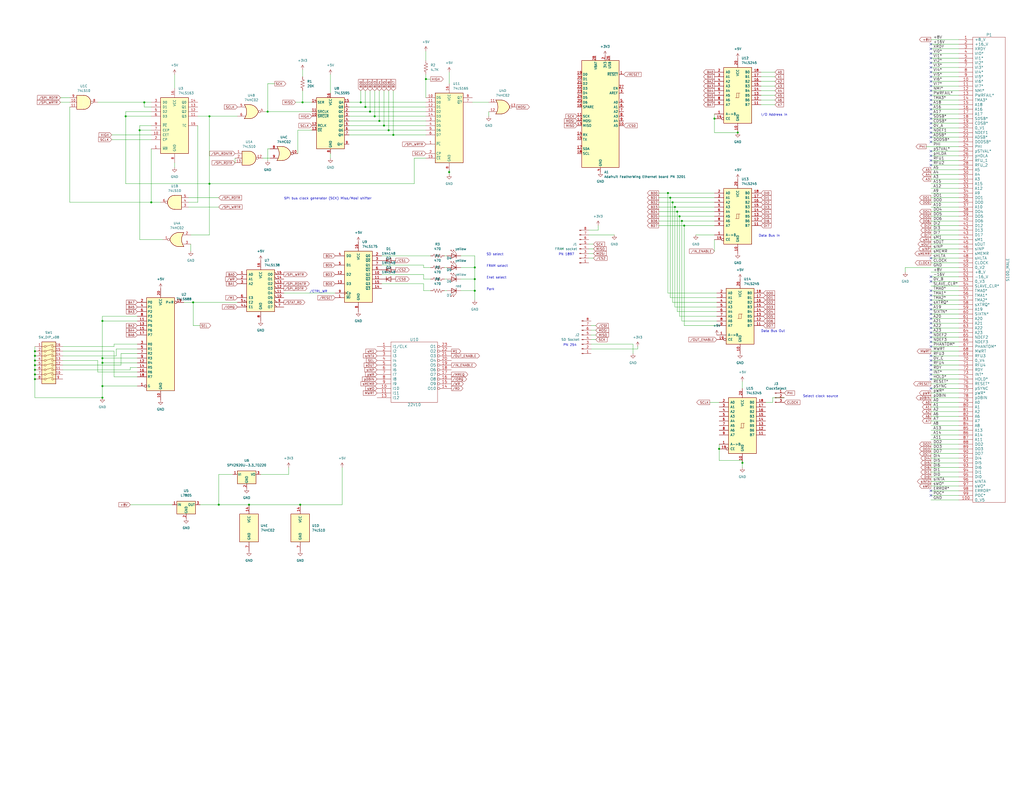
<source format=kicad_sch>
(kicad_sch (version 20211123) (generator eeschema)
  (paper "C")
  (title_block (title "S100-ENET") (date "2022-01-28") (rev "1.0") (comment 1 "SPI logic by MarkT") (comment 2 "S100 implementation by Jay Cotton"))
  (junction (at 55.88 198.12))
  (junction (at 389.89 64.77))
  (junction (at 19.05 194.31))
  (junction (at 259.08 158.75))
  (junction (at 392.43 245.11))
  (junction (at 19.05 201.93))
  (junction (at 19.05 191.77))
  (junction (at 405.13 252.73))
  (junction (at 55.88 175.26))
  (junction (at 259.08 152.4))
  (junction (at 55.88 195.58))
  (junction (at 199.39 58.42))
  (junction (at 76.2 71.12))
  (junction (at 114.3 100.33))
  (junction (at 55.88 210.82))
  (junction (at 245.11 93.98))
  (junction (at 207.01 66.04))
  (junction (at 259.08 146.05))
  (junction (at 105.41 165.1))
  (junction (at 82.55 110.49))
  (junction (at 365.76 107.95))
  (junction (at 68.58 63.5))
  (junction (at 368.3 113.03))
  (junction (at 146.05 60.96))
  (junction (at 19.05 207.01))
  (junction (at 163.83 275.59))
  (junction (at 19.05 196.85))
  (junction (at 135.89 275.59))
  (junction (at 232.41 43.18))
  (junction (at 369.57 115.57))
  (junction (at 201.93 60.96))
  (junction (at 196.85 55.88))
  (junction (at 204.47 63.5))
  (junction (at 373.38 123.19))
  (junction (at 19.05 199.39))
  (junction (at 370.84 118.11))
  (junction (at 214.63 73.66))
  (junction (at 364.49 105.41))
  (junction (at 372.11 120.65))
  (junction (at 55.88 217.17))
  (junction (at 19.05 204.47))
  (junction (at 212.09 71.12))
  (junction (at 114.3 63.5))
  (junction (at 402.59 72.39))
  (junction (at 78.74 55.88))
  (junction (at 209.55 68.58))
  (junction (at 367.03 110.49))
  (junction (at 165.1 55.88))
  (junction (at 119.38 275.59))
  (no_connect (at 508 196.85))
  (no_connect (at 508 270.51))
  (no_connect (at 508 72.39))
  (no_connect (at 508 49.53))
  (no_connect (at 508 153.67))
  (no_connect (at 508 204.47))
  (no_connect (at 508 267.97))
  (no_connect (at 508 179.07))
  (no_connect (at 508 77.47))
  (no_connect (at 508 54.61))
  (no_connect (at 508 207.01))
  (no_connect (at 508 181.61))
  (no_connect (at 508 24.13))
  (no_connect (at 508 151.13))
  (no_connect (at 508 36.83))
  (no_connect (at 508 199.39))
  (no_connect (at 508 67.31))
  (no_connect (at 508 34.29))
  (no_connect (at 508 46.99))
  (no_connect (at 508 184.15))
  (no_connect (at 508 82.55))
  (no_connect (at 508 166.37))
  (no_connect (at 508 163.83))
  (no_connect (at 508 189.23))
  (no_connect (at 508 176.53))
  (no_connect (at 508 59.69))
  (no_connect (at 508 194.31))
  (no_connect (at 508 201.93))
  (no_connect (at 508 29.21))
  (no_connect (at 508 57.15))
  (no_connect (at 508 41.91))
  (no_connect (at 508 140.97))
  (no_connect (at 508 44.45))
  (no_connect (at 508 173.99))
  (no_connect (at 508 74.93))
  (no_connect (at 508 168.91))
  (no_connect (at 508 90.17))
  (no_connect (at 508 31.75))
  (no_connect (at 508 161.29))
  (no_connect (at 508 62.23))
  (no_connect (at 508 52.07))
  (no_connect (at 508 39.37))
  (no_connect (at 508 186.69))
  (no_connect (at 508 212.09))
  (no_connect (at 508 158.75))
  (no_connect (at 508 171.45))
  (no_connect (at 508 64.77))
  (no_connect (at 508 26.67))
  (no_connect (at 508 87.63))
  (no_connect (at 508 85.09))
  (no_connect (at 508 69.85))
  (wire (pts (xy 55.88 175.26) (xy 74.93 175.26)))
  (wire (pts (xy 508 222.25) (xy 523.24 222.25)))
  (wire (pts (xy 82.55 68.58) (xy 76.2 68.58)))
  (wire (pts (xy 508 41.91) (xy 523.24 41.91)))
  (wire (pts (xy 190.5 66.04) (xy 207.01 66.04)))
  (wire (pts (xy 389.89 115.57) (xy 369.57 115.57)))
  (wire (pts (xy 508 201.93) (xy 523.24 201.93)))
  (wire (pts (xy 508 133.35) (xy 523.24 133.35)))
  (wire (pts (xy 494.03 146.05) (xy 523.24 146.05)))
  (wire (pts (xy 190.5 71.12) (xy 212.09 71.12)))
  (wire (pts (xy 321.31 125.73) (xy 326.39 125.73)))
  (wire (pts (xy 508 102.87) (xy 523.24 102.87)))
  (wire (pts (xy 508 24.13) (xy 523.24 24.13)))
  (wire (pts (xy 421.64 219.71) (xy 417.83 219.71)))
  (wire (pts (xy 243.84 146.05) (xy 242.57 146.05)))
  (wire (pts (xy 415.29 52.07) (xy 422.91 52.07)))
  (wire (pts (xy 508 130.81) (xy 523.24 130.81)))
  (wire (pts (xy 367.03 165.1) (xy 391.16 165.1)))
  (wire (pts (xy 259.08 152.4) (xy 259.08 158.75)))
  (wire (pts (xy 82.55 58.42) (xy 78.74 58.42)))
  (wire (pts (xy 104.14 133.35) (xy 104.14 137.16)))
  (wire (pts (xy 251.46 158.75) (xy 259.08 158.75)))
  (wire (pts (xy 82.55 81.28) (xy 82.55 110.49)))
  (wire (pts (xy 100.33 165.1) (xy 105.41 165.1)))
  (wire (pts (xy 508 67.31) (xy 523.24 67.31)))
  (wire (pts (xy 201.93 49.53) (xy 201.93 60.96)))
  (wire (pts (xy 364.49 160.02) (xy 391.16 160.02)))
  (wire (pts (xy 389.89 72.39) (xy 402.59 72.39)))
  (wire (pts (xy 259.08 146.05) (xy 259.08 152.4)))
  (wire (pts (xy 321.31 138.43) (xy 323.85 138.43)))
  (wire (pts (xy 242.57 152.4) (xy 243.84 152.4)))
  (wire (pts (xy 53.34 203.2) (xy 74.93 203.2)))
  (wire (pts (xy 359.41 118.11) (xy 370.84 118.11)))
  (wire (pts (xy 508 240.03) (xy 523.24 240.03)))
  (wire (pts (xy 55.88 195.58) (xy 74.93 195.58)))
  (wire (pts (xy 68.58 60.96) (xy 68.58 63.5)))
  (wire (pts (xy 508 245.11) (xy 523.24 245.11)))
  (wire (pts (xy 154.94 160.02) (xy 182.88 160.02)))
  (wire (pts (xy 231.14 158.75) (xy 234.95 158.75)))
  (wire (pts (xy 259.08 139.7) (xy 259.08 146.05)))
  (wire (pts (xy 508 100.33) (xy 523.24 100.33)))
  (wire (pts (xy 508 36.83) (xy 523.24 36.83)))
  (wire (pts (xy 508 113.03) (xy 523.24 113.03)))
  (wire (pts (xy 162.56 71.12) (xy 170.18 71.12)))
  (wire (pts (xy 523.24 273.05) (xy 508 273.05)))
  (wire (pts (xy 369.57 170.18) (xy 391.16 170.18)))
  (wire (pts (xy 76.2 71.12) (xy 76.2 130.81)))
  (wire (pts (xy 95.25 40.64) (xy 95.25 48.26)))
  (wire (pts (xy 415.29 49.53) (xy 422.91 49.53)))
  (wire (pts (xy 55.88 210.82) (xy 55.88 217.17)))
  (wire (pts (xy 359.41 115.57) (xy 369.57 115.57)))
  (wire (pts (xy 53.34 196.85) (xy 53.34 203.2)))
  (wire (pts (xy 161.29 55.88) (xy 165.1 55.88)))
  (wire (pts (xy 415.29 41.91) (xy 422.91 41.91)))
  (wire (pts (xy 71.12 275.59) (xy 93.98 275.59)))
  (wire (pts (xy 321.31 133.35) (xy 323.85 133.35)))
  (wire (pts (xy 508 62.23) (xy 523.24 62.23)))
  (wire (pts (xy 508 138.43) (xy 523.24 138.43)))
  (wire (pts (xy 508 250.19) (xy 523.24 250.19)))
  (wire (pts (xy 508 176.53) (xy 523.24 176.53)))
  (wire (pts (xy 214.63 49.53) (xy 214.63 73.66)))
  (wire (pts (xy 508 229.87) (xy 523.24 229.87)))
  (wire (pts (xy 373.38 177.8) (xy 391.16 177.8)))
  (wire (pts (xy 165.1 38.1) (xy 165.1 41.91)))
  (wire (pts (xy 180.34 83.82) (xy 180.34 86.36)))
  (wire (pts (xy 322.58 187.96) (xy 345.44 187.96)))
  (wire (pts (xy 508 179.07) (xy 523.24 179.07)))
  (wire (pts (xy 146.05 45.72) (xy 146.05 60.96)))
  (wire (pts (xy 367.03 110.49) (xy 367.03 165.1)))
  (wire (pts (xy 55.88 172.72) (xy 55.88 175.26)))
  (wire (pts (xy 415.29 57.15) (xy 422.91 57.15)))
  (wire (pts (xy 199.39 49.53) (xy 199.39 58.42)))
  (wire (pts (xy 34.29 191.77) (xy 62.23 191.77)))
  (wire (pts (xy 372.11 175.26) (xy 391.16 175.26)))
  (wire (pts (xy 62.23 191.77) (xy 62.23 205.74)))
  (wire (pts (xy 523.24 151.13) (xy 508 151.13)))
  (wire (pts (xy 19.05 189.23) (xy 19.05 191.77)))
  (wire (pts (xy 508 64.77) (xy 523.24 64.77)))
  (wire (pts (xy 370.84 172.72) (xy 391.16 172.72)))
  (wire (pts (xy 180.34 40.64) (xy 180.34 50.8)))
  (wire (pts (xy 508 90.17) (xy 523.24 90.17)))
  (wire (pts (xy 71.12 201.93) (xy 71.12 200.66)))
  (wire (pts (xy 379.73 128.27) (xy 389.89 128.27)))
  (wire (pts (xy 427.99 217.17) (xy 421.64 217.17)))
  (wire (pts (xy 508 125.73) (xy 523.24 125.73)))
  (wire (pts (xy 232.41 43.18) (xy 232.41 53.34)))
  (wire (pts (xy 60.96 73.66) (xy 82.55 73.66)))
  (wire (pts (xy 389.89 107.95) (xy 365.76 107.95)))
  (wire (pts (xy 207.01 66.04) (xy 232.41 66.04)))
  (wire (pts (xy 508 184.15) (xy 523.24 184.15)))
  (wire (pts (xy 19.05 204.47) (xy 19.05 207.01)))
  (wire (pts (xy 119.38 275.59) (xy 135.89 275.59)))
  (wire (pts (xy 508 219.71) (xy 523.24 219.71)))
  (wire (pts (xy 508 110.49) (xy 523.24 110.49)))
  (wire (pts (xy 186.69 275.59) (xy 186.69 255.27)))
  (wire (pts (xy 508 46.99) (xy 523.24 46.99)))
  (wire (pts (xy 508 270.51) (xy 523.24 270.51)))
  (wire (pts (xy 251.46 152.4) (xy 259.08 152.4)))
  (wire (pts (xy 199.39 58.42) (xy 232.41 58.42)))
  (wire (pts (xy 322.58 177.8) (xy 325.12 177.8)))
  (wire (pts (xy 359.41 105.41) (xy 364.49 105.41)))
  (wire (pts (xy 208.28 139.7) (xy 234.95 139.7)))
  (wire (pts (xy 163.83 275.59) (xy 186.69 275.59)))
  (wire (pts (xy 373.38 123.19) (xy 373.38 177.8)))
  (wire (pts (xy 68.58 63.5) (xy 82.55 63.5)))
  (wire (pts (xy 190.5 58.42) (xy 199.39 58.42)))
  (wire (pts (xy 508 186.69) (xy 523.24 186.69)))
  (wire (pts (xy 251.46 139.7) (xy 259.08 139.7)))
  (wire (pts (xy 146.05 81.28) (xy 146.05 87.63)))
  (wire (pts (xy 368.3 167.64) (xy 391.16 167.64)))
  (wire (pts (xy 392.43 251.46) (xy 405.13 251.46)))
  (wire (pts (xy 231.14 149.86) (xy 231.14 152.4)))
  (wire (pts (xy 508 242.57) (xy 523.24 242.57)))
  (wire (pts (xy 62.23 205.74) (xy 74.93 205.74)))
  (wire (pts (xy 508 262.89) (xy 523.24 262.89)))
  (wire (pts (xy 415.29 44.45) (xy 422.91 44.45)))
  (wire (pts (xy 508 212.09) (xy 523.24 212.09)))
  (wire (pts (xy 207.01 49.53) (xy 207.01 66.04)))
  (wire (pts (xy 369.57 115.57) (xy 369.57 170.18)))
  (wire (pts (xy 231.14 146.05) (xy 234.95 146.05)))
  (wire (pts (xy 190.5 60.96) (xy 201.93 60.96)))
  (wire (pts (xy 508 39.37) (xy 523.24 39.37)))
  (wire (pts (xy 405.13 208.28) (xy 405.13 212.09)))
  (wire (pts (xy 322.58 182.88) (xy 325.12 182.88)))
  (wire (pts (xy 508 196.85) (xy 523.24 196.85)))
  (wire (pts (xy 508 135.89) (xy 523.24 135.89)))
  (wire (pts (xy 135.89 275.59) (xy 163.83 275.59)))
  (wire (pts (xy 508 52.07) (xy 523.24 52.07)))
  (wire (pts (xy 114.3 128.27) (xy 114.3 100.33)))
  (wire (pts (xy 421.64 217.17) (xy 421.64 219.71)))
  (wire (pts (xy 102.87 107.95) (xy 119.38 107.95)))
  (wire (pts (xy 147.32 81.28) (xy 146.05 81.28)))
  (wire (pts (xy 365.76 162.56) (xy 391.16 162.56)))
  (wire (pts (xy 508 49.53) (xy 523.24 49.53)))
  (wire (pts (xy 508 92.71) (xy 523.24 92.71)))
  (wire (pts (xy 232.41 43.18) (xy 234.95 43.18)))
  (wire (pts (xy 322.58 180.34) (xy 325.12 180.34)))
  (wire (pts (xy 104.14 128.27) (xy 114.3 128.27)))
  (wire (pts (xy 415.29 54.61) (xy 422.91 54.61)))
  (wire (pts (xy 212.09 71.12) (xy 232.41 71.12)))
  (wire (pts (xy 508 156.21) (xy 523.24 156.21)))
  (wire (pts (xy 508 87.63) (xy 523.24 87.63)))
  (wire (pts (xy 55.88 198.12) (xy 74.93 198.12)))
  (wire (pts (xy 508 265.43) (xy 523.24 265.43)))
  (wire (pts (xy 128.27 86.36) (xy 128.27 88.9)))
  (wire (pts (xy 62.23 189.23) (xy 62.23 187.96)))
  (wire (pts (xy 19.05 207.01) (xy 19.05 217.17)))
  (wire (pts (xy 196.85 49.53) (xy 196.85 55.88)))
  (wire (pts (xy 508 173.99) (xy 523.24 173.99)))
  (wire (pts (xy 196.85 55.88) (xy 232.41 55.88)))
  (wire (pts (xy 508 21.59) (xy 523.24 21.59)))
  (wire (pts (xy 508 31.75) (xy 523.24 31.75)))
  (wire (pts (xy 19.05 194.31) (xy 19.05 196.85)))
  (wire (pts (xy 359.41 120.65) (xy 372.11 120.65)))
  (wire (pts (xy 34.29 189.23) (xy 62.23 189.23)))
  (wire (pts (xy 508 97.79) (xy 523.24 97.79)))
  (wire (pts (xy 508 171.45) (xy 523.24 171.45)))
  (wire (pts (xy 190.5 68.58) (xy 209.55 68.58)))
  (wire (pts (xy 245.11 93.98) (xy 245.11 95.25)))
  (wire (pts (xy 76.2 130.81) (xy 88.9 130.81)))
  (wire (pts (xy 55.88 210.82) (xy 74.93 210.82)))
  (wire (pts (xy 208.28 154.94) (xy 231.14 154.94)))
  (wire (pts (xy 508 77.47) (xy 523.24 77.47)))
  (wire (pts (xy 508 95.25) (xy 523.24 95.25)))
  (wire (pts (xy 95.25 88.9) (xy 95.25 91.44)))
  (wire (pts (xy 55.88 195.58) (xy 55.88 198.12)))
  (wire (pts (xy 60.96 76.2) (xy 82.55 76.2)))
  (wire (pts (xy 508 72.39) (xy 523.24 72.39)))
  (wire (pts (xy 368.3 113.03) (xy 368.3 167.64)))
  (wire (pts (xy 392.43 245.11) (xy 392.43 251.46)))
  (wire (pts (xy 53.34 55.88) (xy 78.74 55.88)))
  (wire (pts (xy 345.44 187.96) (xy 345.44 193.04)))
  (wire (pts (xy 508 260.35) (xy 523.24 260.35)))
  (wire (pts (xy 508 237.49) (xy 523.24 237.49)))
  (wire (pts (xy 508 59.69) (xy 523.24 59.69)))
  (wire (pts (xy 257.81 55.88) (xy 266.7 55.88)))
  (wire (pts (xy 231.14 144.78) (xy 231.14 146.05)))
  (wire (pts (xy 508 34.29) (xy 523.24 34.29)))
  (wire (pts (xy 34.29 199.39) (xy 66.04 199.39)))
  (wire (pts (xy 508 128.27) (xy 523.24 128.27)))
  (wire (pts (xy 114.3 63.5) (xy 129.54 63.5)))
  (wire (pts (xy 19.05 191.77) (xy 19.05 194.31)))
  (wire (pts (xy 55.88 175.26) (xy 55.88 195.58)))
  (wire (pts (xy 359.41 110.49) (xy 367.03 110.49)))
  (wire (pts (xy 208.28 149.86) (xy 231.14 149.86)))
  (wire (pts (xy 392.43 242.57) (xy 392.43 245.11)))
  (wire (pts (xy 209.55 68.58) (xy 232.41 68.58)))
  (wire (pts (xy 508 207.01) (xy 523.24 207.01)))
  (wire (pts (xy 245.11 92.71) (xy 245.11 93.98)))
  (wire (pts (xy 144.78 60.96) (xy 146.05 60.96)))
  (wire (pts (xy 508 44.45) (xy 523.24 44.45)))
  (wire (pts (xy 508 168.91) (xy 523.24 168.91)))
  (wire (pts (xy 266.7 60.96) (xy 266.7 63.5)))
  (wire (pts (xy 364.49 105.41) (xy 364.49 160.02)))
  (wire (pts (xy 143.51 86.36) (xy 147.32 86.36)))
  (wire (pts (xy 322.58 185.42) (xy 325.12 185.42)))
  (wire (pts (xy 508 247.65) (xy 523.24 247.65)))
  (wire (pts (xy 508 161.29) (xy 523.24 161.29)))
  (wire (pts (xy 102.87 110.49) (xy 107.95 110.49)))
  (wire (pts (xy 508 105.41) (xy 523.24 105.41)))
  (wire (pts (xy 389.89 62.23) (xy 389.89 64.77)))
  (wire (pts (xy 102.87 113.03) (xy 119.38 113.03)))
  (wire (pts (xy 508 74.93) (xy 523.24 74.93)))
  (wire (pts (xy 226.06 100.33) (xy 226.06 86.36)))
  (wire (pts (xy 107.95 63.5) (xy 114.3 63.5)))
  (wire (pts (xy 71.12 200.66) (xy 74.93 200.66)))
  (wire (pts (xy 38.1 110.49) (xy 82.55 110.49)))
  (wire (pts (xy 63.5 190.5) (xy 74.93 190.5)))
  (wire (pts (xy 370.84 118.11) (xy 370.84 172.72)))
  (wire (pts (xy 508 217.17) (xy 523.24 217.17)))
  (wire (pts (xy 508 194.31) (xy 523.24 194.31)))
  (wire (pts (xy 306.07 135.89) (xy 307.34 135.89)))
  (wire (pts (xy 190.5 73.66) (xy 214.63 73.66)))
  (wire (pts (xy 389.89 137.16) (xy 389.89 130.81)))
  (wire (pts (xy 365.76 107.95) (xy 365.76 162.56)))
  (wire (pts (xy 165.1 49.53) (xy 165.1 55.88)))
  (wire (pts (xy 232.41 27.94) (xy 232.41 33.02)))
  (wire (pts (xy 508 227.33) (xy 523.24 227.33)))
  (wire (pts (xy 201.93 60.96) (xy 232.41 60.96)))
  (wire (pts (xy 508 54.61) (xy 523.24 54.61)))
  (wire (pts (xy 508 69.85) (xy 523.24 69.85)))
  (wire (pts (xy 508 255.27) (xy 523.24 255.27)))
  (wire (pts (xy 109.22 275.59) (xy 119.38 275.59)))
  (wire (pts (xy 127 259.08) (xy 119.38 259.08)))
  (wire (pts (xy 66.04 199.39) (xy 66.04 193.04)))
  (wire (pts (xy 165.1 55.88) (xy 170.18 55.88)))
  (wire (pts (xy 82.55 110.49) (xy 87.63 110.49)))
  (wire (pts (xy 508 107.95) (xy 523.24 107.95)))
  (wire (pts (xy 321.31 135.89) (xy 323.85 135.89)))
  (wire (pts (xy 508 120.65) (xy 523.24 120.65)))
  (wire (pts (xy 508 123.19) (xy 523.24 123.19)))
  (wire (pts (xy 19.05 201.93) (xy 19.05 204.47)))
  (wire (pts (xy 389.89 118.11) (xy 370.84 118.11)))
  (wire (pts (xy 508 189.23) (xy 523.24 189.23)))
  (wire (pts (xy 415.29 46.99) (xy 422.91 46.99)))
  (wire (pts (xy 119.38 259.08) (xy 119.38 275.59)))
  (wire (pts (xy 508 224.79) (xy 523.24 224.79)))
  (wire (pts (xy 508 158.75) (xy 523.24 158.75)))
  (wire (pts (xy 508 29.21) (xy 523.24 29.21)))
  (wire (pts (xy 78.74 55.88) (xy 82.55 55.88)))
  (wire (pts (xy 146.05 60.96) (xy 170.18 60.96)))
  (wire (pts (xy 232.41 40.64) (xy 232.41 43.18)))
  (wire (pts (xy 162.56 83.82) (xy 162.56 71.12)))
  (wire (pts (xy 508 163.83) (xy 523.24 163.83)))
  (wire (pts (xy 109.22 177.8) (xy 105.41 177.8)))
  (wire (pts (xy 33.02 55.88) (xy 38.1 55.88)))
  (wire (pts (xy 63.5 194.31) (xy 63.5 190.5)))
  (wire (pts (xy 508 214.63) (xy 523.24 214.63)))
  (wire (pts (xy 389.89 64.77) (xy 389.89 72.39)))
  (wire (pts (xy 389.89 123.19) (xy 373.38 123.19)))
  (wire (pts (xy 508 267.97) (xy 523.24 267.97)))
  (wire (pts (xy 347.98 190.5) (xy 347.98 189.23)))
  (wire (pts (xy 190.5 55.88) (xy 196.85 55.88)))
  (wire (pts (xy 68.58 100.33) (xy 114.3 100.33)))
  (wire (pts (xy 326.39 125.73) (xy 326.39 123.19)))
  (wire (pts (xy 19.05 199.39) (xy 19.05 201.93)))
  (wire (pts (xy 105.41 177.8) (xy 105.41 165.1)))
  (wire (pts (xy 190.5 63.5) (xy 204.47 63.5)))
  (wire (pts (xy 405.13 252.73) (xy 405.13 255.27)))
  (wire (pts (xy 226.06 86.36) (xy 232.41 86.36)))
  (wire (pts (xy 321.31 140.97) (xy 323.85 140.97)))
  (wire (pts (xy 149.86 45.72) (xy 146.05 45.72)))
  (wire (pts (xy 508 166.37) (xy 523.24 166.37)))
  (wire (pts (xy 114.3 63.5) (xy 114.3 100.33)))
  (wire (pts (xy 76.2 71.12) (xy 82.55 71.12)))
  (wire (pts (xy 74.93 172.72) (xy 55.88 172.72)))
  (wire (pts (xy 55.88 198.12) (xy 55.88 210.82)))
  (wire (pts (xy 359.41 107.95) (xy 365.76 107.95)))
  (wire (pts (xy 34.29 194.31) (xy 63.5 194.31)))
  (wire (pts (xy 405.13 251.46) (xy 405.13 252.73)))
  (wire (pts (xy 389.89 113.03) (xy 368.3 113.03)))
  (wire (pts (xy 508 199.39) (xy 523.24 199.39)))
  (wire (pts (xy 66.04 193.04) (xy 74.93 193.04)))
  (wire (pts (xy 34.29 201.93) (xy 71.12 201.93)))
  (wire (pts (xy 204.47 49.53) (xy 204.47 63.5)))
  (wire (pts (xy 508 140.97) (xy 523.24 140.97)))
  (wire (pts (xy 508 143.51) (xy 523.24 143.51)))
  (wire (pts (xy 62.23 187.96) (xy 74.93 187.96)))
  (wire (pts (xy 19.05 217.17) (xy 55.88 217.17)))
  (wire (pts (xy 508 257.81) (xy 523.24 257.81)))
  (wire (pts (xy 389.89 120.65) (xy 372.11 120.65)))
  (wire (pts (xy 38.1 58.42) (xy 38.1 110.49)))
  (wire (pts (xy 114.3 100.33) (xy 226.06 100.33)))
  (wire (pts (xy 508 26.67) (xy 523.24 26.67)))
  (wire (pts (xy 372.11 120.65) (xy 372.11 175.26)))
  (wire (pts (xy 508 204.47) (xy 523.24 204.47)))
  (wire (pts (xy 508 118.11) (xy 523.24 118.11)))
  (wire (pts (xy 78.74 58.42) (xy 78.74 55.88)))
  (wire (pts (xy 508 191.77) (xy 523.24 191.77)))
  (wire (pts (xy 508 148.59) (xy 523.24 148.59)))
  (wire (pts (xy 214.63 73.66) (xy 232.41 73.66)))
  (wire (pts (xy 34.29 196.85) (xy 53.34 196.85)))
  (wire (pts (xy 68.58 63.5) (xy 68.58 100.33)))
  (wire (pts (xy 508 234.95) (xy 523.24 234.95)))
  (wire (pts (xy 389.89 105.41) (xy 364.49 105.41)))
  (wire (pts (xy 251.46 146.05) (xy 259.08 146.05)))
  (wire (pts (xy 508 252.73) (xy 523.24 252.73)))
  (wire (pts (xy 259.08 158.75) (xy 259.08 163.83)))
  (wire (pts (xy 508 209.55) (xy 523.24 209.55)))
  (wire (pts (xy 505.46 80.01) (xy 523.24 80.01)))
  (wire (pts (xy 209.55 49.53) (xy 209.55 68.58)))
  (wire (pts (xy 157.48 259.08) (xy 157.48 255.27)))
  (wire (pts (xy 415.29 39.37) (xy 422.91 39.37)))
  (wire (pts (xy 142.24 259.08) (xy 157.48 259.08)))
  (wire (pts (xy 245.11 39.37) (xy 245.11 45.72)))
  (wire (pts (xy 508 181.61) (xy 523.24 181.61)))
  (wire (pts (xy 389.89 110.49) (xy 367.03 110.49)))
  (wire (pts (xy 212.09 49.53) (xy 212.09 71.12)))
  (wire (pts (xy 508 82.55) (xy 523.24 82.55)))
  (wire (pts (xy 231.14 154.94) (xy 231.14 158.75)))
  (wire (pts (xy 243.84 139.7) (xy 242.57 139.7)))
  (wire (pts (xy 76.2 68.58) (xy 76.2 71.12)))
  (wire (pts (xy 321.31 128.27) (xy 335.28 128.27)))
  (wire (pts (xy 508 57.15) (xy 523.24 57.15)))
  (wire (pts (xy 359.41 113.03) (xy 368.3 113.03)))
  (wire (pts (xy 82.55 60.96) (xy 68.58 60.96)))
  (wire (pts (xy 208.28 144.78) (xy 231.14 144.78)))
  (wire (pts (xy 204.47 63.5) (xy 232.41 63.5)))
  (wire (pts (xy 231.14 152.4) (xy 234.95 152.4)))
  (wire (pts (xy 387.35 219.71) (xy 392.43 219.71)))
  (wire (pts (xy 359.41 123.19) (xy 373.38 123.19)))
  (wire (pts (xy 494.03 146.05) (xy 494.03 148.59)))
  (wire (pts (xy 508 153.67) (xy 523.24 153.67)))
  (wire (pts (xy 242.57 158.75) (xy 243.84 158.75)))
  (wire (pts (xy 107.95 68.58) (xy 107.95 110.49)))
  (wire (pts (xy 33.02 53.34) (xy 38.1 53.34)))
  (wire (pts (xy 105.41 165.1) (xy 129.54 165.1)))
  (wire (pts (xy 322.58 190.5) (xy 347.98 190.5)))
  (wire (pts (xy 508 85.09) (xy 523.24 85.09)))
  (wire (pts (xy 508 232.41) (xy 523.24 232.41)))
  (wire (pts (xy 508 115.57) (xy 523.24 115.57)))
  (wire (pts (xy 19.05 196.85) (xy 19.05 199.39)))
  (text "PN 254\n" (at 307.34 189.23 0) (effects (font (size 1.27 1.27)) (justify left bottom)))
  (text "SPI bus clock generator (SCK) Miso/Mosi shifter" (at 154.94 109.22 0) (effects (font (size 1.27 1.27)) (justify left bottom)))
  (text "Data Bus In" (at 414.02 129.54 0) (effects (font (size 1.27 1.27)) (justify left bottom)))
  (text "/CTRL_WR" (at 168.91 160.02 0) (effects (font (size 1.27 1.27)) (justify left bottom)))
  (text "FRAM select\n" (at 265.43 146.05 0) (effects (font (size 1.27 1.27)) (justify left bottom)))
  (text "Enet select" (at 265.43 152.4 0) (effects (font (size 1.27 1.27)) (justify left bottom)))
  (text "Park" (at 265.43 158.75 0) (effects (font (size 1.27 1.27)) (justify left bottom)))
  (text "I/O Address In" (at 415.29 63.5 0) (effects (font (size 1.27 1.27)) (justify left bottom)))
  (text "Data Bus Out\n" (at 415.29 181.61 0) (effects (font (size 1.27 1.27)) (justify left bottom)))
  (text "PN 1897\n" (at 304.8 139.7 0) (effects (font (size 1.27 1.27)) (justify left bottom)))
  (text "SD select\n" (at 265.43 139.7 0) (effects (font (size 1.27 1.27)) (justify left bottom)))
  (text "Select clock source" (at 438.15 217.17 0) (effects (font (size 1.27 1.27)) (justify left bottom)))
  (label "CLOCK" (at 509.27 143.51 0) (effects (font (size 1.524 1.524))))
  (label "POC*" (at 509.27 270.51 0) (effects (font (size 1.524 1.524))))
  (label "PWRFAIL*" (at 509.27 52.07 0) (effects (font (size 1.524 1.524))))
  (label "CDSB*" (at 509.27 67.31 0) (effects (font (size 1.524 1.524))))
  (label "A17" (at 509.27 62.23 0) (effects (font (size 1.524 1.524))))
  (label "SLAVE_CLR*" (at 509.27 156.21 0) (effects (font (size 1.524 1.524))))
  (label "sM1" (at 509.27 130.81 0) (effects (font (size 1.524 1.524))))
  (label "A0" (at 509.27 219.71 0) (effects (font (size 1.524 1.524))))
  (label "sINP" (at 509.27 135.89 0) (effects (font (size 1.524 1.524))))
  (label "NDEF2" (at 509.27 184.15 0) (effects (font (size 1.524 1.524))))
  (label "TMA2*" (at 509.27 163.83 0) (effects (font (size 1.524 1.524))))
  (label "pSTVAL*" (at 509.27 82.55 0) (effects (font (size 1.524 1.524))))
  (label "INT*" (at 509.27 204.47 0) (effects (font (size 1.524 1.524))))
  (label "DI3" (at 509.27 125.73 0) (effects (font (size 1.524 1.524))))
  (label "+8V" (at 509.27 21.59 0) (effects (font (size 1.524 1.524))))
  (label "VI4*" (at 509.27 39.37 0) (effects (font (size 1.524 1.524))))
  (label "A5" (at 509.27 92.71 0) (effects (font (size 1.524 1.524))))
  (label "pWR*" (at 509.27 214.63 0) (effects (font (size 1.524 1.524))))
  (label "A18" (at 509.27 57.15 0) (effects (font (size 1.524 1.524))))
  (label "A9" (at 509.27 105.41 0) (effects (font (size 1.524 1.524))))
  (label "VI5*" (at 509.27 41.91 0) (effects (font (size 1.524 1.524))))
  (label "DO5" (at 509.27 118.11 0) (effects (font (size 1.524 1.524))))
  (label "A7" (at 509.27 229.87 0) (effects (font (size 1.524 1.524))))
  (label "A20" (at 509.27 173.99 0) (effects (font (size 1.524 1.524))))
  (label "A19" (at 509.27 168.91 0) (effects (font (size 1.524 1.524))))
  (label "RDY" (at 509.27 201.93 0) (effects (font (size 1.524 1.524))))
  (label "SIXTN*" (at 509.27 171.45 0) (effects (font (size 1.524 1.524))))
  (label "A15" (at 509.27 100.33 0) (effects (font (size 1.524 1.524))))
  (label "DI2" (at 509.27 123.19 0) (effects (font (size 1.524 1.524))))
  (label "TMA0*" (at 509.27 158.75 0) (effects (font (size 1.524 1.524))))
  (label "DO3" (at 509.27 245.11 0) (effects (font (size 1.524 1.524))))
  (label "A1" (at 509.27 222.25 0) (effects (font (size 1.524 1.524))))
  (label "PHI" (at 509.27 80.01 0) (effects (font (size 1.524 1.524))))
  (label "VI3*" (at 509.27 36.83 0) (effects (font (size 1.524 1.524))))
  (label "MWRT" (at 509.27 191.77 0) (effects (font (size 1.524 1.524))))
  (label "SDSB*" (at 509.27 64.77 0) (effects (font (size 1.524 1.524))))
  (label "sHLTA" (at 509.27 140.97 0) (effects (font (size 1.524 1.524))))
  (label "DI7" (at 509.27 128.27 0) (effects (font (size 1.524 1.524))))
  (label "A4" (at 509.27 95.25 0) (effects (font (size 1.524 1.524))))
  (label "sINTA" (at 509.27 262.89 0) (effects (font (size 1.524 1.524))))
  (label "sOUT" (at 509.27 133.35 0) (effects (font (size 1.524 1.524))))
  (label "DO2" (at 509.27 242.57 0) (effects (font (size 1.524 1.524))))
  (label "DO4" (at 509.27 115.57 0) (effects (font (size 1.524 1.524))))
  (label "A10" (at 509.27 113.03 0) (effects (font (size 1.524 1.524))))
  (label "A13" (at 509.27 234.95 0) (effects (font (size 1.524 1.524))))
  (label "TMA3*" (at 509.27 54.61 0) (effects (font (size 1.524 1.524))))
  (label "DODSB*" (at 509.27 77.47 0) (effects (font (size 1.524 1.524))))
  (label "-16V" (at 509.27 151.13 0) (effects (font (size 1.524 1.524))))
  (label "ERROR*" (at 509.27 267.97 0) (effects (font (size 1.524 1.524))))
  (label "VI2*" (at 509.27 34.29 0) (effects (font (size 1.524 1.524))))
  (label "RFU1" (at 509.27 87.63 0) (effects (font (size 1.524 1.524))))
  (label "RESET*" (at 509.27 209.55 0) (effects (font (size 1.524 1.524))))
  (label "A16" (at 509.27 59.69 0) (effects (font (size 1.524 1.524))))
  (label "GND" (at 509.27 146.05 0) (effects (font (size 1.524 1.524))))
  (label "A22" (at 509.27 179.07 0) (effects (font (size 1.524 1.524))))
  (label "DO1" (at 509.27 107.95 0) (effects (font (size 1.524 1.524))))
  (label "NDEF1" (at 509.27 72.39 0) (effects (font (size 1.524 1.524))))
  (label "A11" (at 509.27 240.03 0) (effects (font (size 1.524 1.524))))
  (label "sXTRQ*" (at 509.27 166.37 0) (effects (font (size 1.524 1.524))))
  (label "A23" (at 509.27 181.61 0) (effects (font (size 1.524 1.524))))
  (label "pSYNC" (at 509.27 212.09 0) (effects (font (size 1.524 1.524))))
  (label "XRDY" (at 509.27 26.67 0) (effects (font (size 1.524 1.524))))
  (label "sMEMR" (at 509.27 138.43 0) (effects (font (size 1.524 1.524))))
  (label "HOLD*" (at 509.27 207.01 0) (effects (font (size 1.524 1.524))))
  (label "DI1" (at 509.27 257.81 0) (effects (font (size 1.524 1.524))))
  (label "A6" (at 509.27 227.33 0) (effects (font (size 1.524 1.524))))
  (label "NMI*" (at 509.27 49.53 0) (effects (font (size 1.524 1.524))))
  (label "A8" (at 509.27 232.41 0) (effects (font (size 1.524 1.524))))
  (label "0V_A" (at 509.27 69.85 0) (effects (font (size 1.524 1.524))))
  (label "A12" (at 509.27 102.87 0) (effects (font (size 1.524 1.524))))
  (label "VI0*" (at 509.27 29.21 0) (effects (font (size 1.524 1.524))))
  (label "A2" (at 509.27 224.79 0) (effects (font (size 1.524 1.524))))
  (label "VI1*" (at 509.27 31.75 0) (effects (font (size 1.524 1.524))))
  (label "VI7*" (at 509.27 46.99 0) (effects (font (size 1.524 1.524))))
  (label "RFU4" (at 509.27 199.39 0) (effects (font (size 1.524 1.524))))
  (label "ADSB*" (at 509.27 74.93 0) (effects (font (size 1.524 1.524))))
  (label "DO0" (at 509.27 110.49 0) (effects (font (size 1.524 1.524))))
  (label "DI5" (at 509.27 252.73 0) (effects (font (size 1.524 1.524))))
  (label "GND" (at 509.27 273.05 0) (effects (font (size 1.524 1.524))))
  (label "+16V" (at 509.27 24.13 0) (effects (font (size 1.524 1.524))))
  (label "VI6*" (at 509.27 44.45 0) (effects (font (size 1.524 1.524))))
  (label "pDBIN" (at 509.27 217.17 0) (effects (font (size 1.524 1.524))))
  (label "sWO*" (at 509.27 265.43 0) (effects (font (size 1.524 1.524))))
  (label "TMA1*" (at 509.27 161.29 0) (effects (font (size 1.524 1.524))))
  (label "0V_B" (at 509.27 153.67 0) (effects (font (size 1.524 1.524))))
  (label "DO7" (at 509.27 247.65 0) (effects (font (size 1.524 1.524))))
  (label "pHLDA" (at 509.27 85.09 0) (effects (font (size 1.524 1.524))))
  (label "DI4" (at 509.27 250.19 0) (effects (font (size 1.524 1.524))))
  (label "DI6" (at 509.27 255.27 0) (effects (font (size 1.524 1.524))))
  (label "RFU3" (at 509.27 194.31 0) (effects (font (size 1.524 1.524))))
  (label "NDEF3" (at 509.27 186.69 0) (effects (font (size 1.524 1.524))))
  (label "PHANTOM*" (at 509.27 189.23 0) (effects (font (size 1.524 1.524))))
  (label "DI0" (at 509.27 260.35 0) (effects (font (size 1.524 1.524))))
  (label "A3" (at 509.27 97.79 0) (effects (font (size 1.524 1.524))))
  (label "DO6" (at 509.27 120.65 0) (effects (font (size 1.524 1.524))))
  (label "+8V" (at 509.27 148.59 0) (effects (font (size 1.524 1.524))))
  (label "RFU2" (at 509.27 90.17 0) (effects (font (size 1.524 1.524))))
  (label "A14" (at 509.27 237.49 0) (effects (font (size 1.524 1.524))))
  (label "0V_C" (at 509.27 196.85 0) (effects (font (size 1.524 1.524))))
  (label "A21" (at 509.27 176.53 0) (effects (font (size 1.524 1.524))))
  (global_label "BD3" (shape input) (at 182.88 149.86 180) (property "Intersheet References" "${INTERSHEET_REFS}" (effects hide)))
  (global_label "sINP" (shape input) (at 205.74 201.93 180) (property "Intersheet References" "${INTERSHEET_REFS}" (effects hide)))
  (global_label "DI0" (shape output) (at 508 260.35 180) (property "Intersheet References" "${INTERSHEET_REFS}" (effects hide)))
  (global_label "SCLK" (shape input) (at 60.96 76.2 180) (property "Intersheet References" "${INTERSHEET_REFS}" (effects hide)))
  (global_label "HIGH" (shape input) (at 60.96 73.66 180) (property "Intersheet References" "${INTERSHEET_REFS}" (effects hide)))
  (global_label "DI5" (shape output) (at 508 252.73 180) (property "Intersheet References" "${INTERSHEET_REFS}" (effects hide)))
  (global_label "{slash}SPI_RDNTR" (shape input) (at 128.27 83.82 180) (property "Intersheet References" "${INTERSHEET_REFS}" (effects hide)))
  (global_label "SCK" (shape input) (at 323.85 133.35 0) (property "Intersheet References" "${INTERSHEET_REFS}" (effects hide)))
  (global_label "{slash}STAT_RD" (shape output) (at 154.94 165.1 0) (property "Intersheet References" "${INTERSHEET_REFS}" (effects hide)))
  (global_label "sM1" (shape input) (at 205.74 191.77 180) (property "Intersheet References" "${INTERSHEET_REFS}" (effects hide)))
  (global_label "DO3" (shape input) (at 416.56 167.64 0) (property "Intersheet References" "${INTERSHEET_REFS}" (effects hide)))
  (global_label "MWRT" (shape output) (at 508 191.77 180) (property "Intersheet References" "${INTERSHEET_REFS}" (effects hide)))
  (global_label "PHI" (shape input) (at 427.99 214.63 0) (property "Intersheet References" "${INTERSHEET_REFS}" (effects hide)))
  (global_label "BA1" (shape output) (at 389.89 41.91 180) (property "Intersheet References" "${INTERSHEET_REFS}" (effects hide)))
  (global_label "MOSI" (shape input) (at 325.12 180.34 0) (property "Intersheet References" "${INTERSHEET_REFS}" (effects hide)))
  (global_label "SEL" (shape input) (at 205.74 196.85 180) (property "Intersheet References" "${INTERSHEET_REFS}" (effects hide)))
  (global_label "MISO" (shape input) (at 325.12 182.88 0) (property "Intersheet References" "${INTERSHEET_REFS}" (effects hide)))
  (global_label "A0" (shape input) (at 422.91 39.37 0) (property "Intersheet References" "${INTERSHEET_REFS}" (effects hide)))
  (global_label "DO5" (shape output) (at 508 118.11 180) (property "Intersheet References" "${INTERSHEET_REFS}" (effects hide)))
  (global_label "{slash}SPI_RDTR" (shape input) (at 33.02 53.34 180) (property "Intersheet References" "${INTERSHEET_REFS}" (effects hide)))
  (global_label "BD0" (shape input) (at 182.88 154.94 180) (property "Intersheet References" "${INTERSHEET_REFS}" (effects hide)))
  (global_label "{slash}RESET" (shape input) (at 182.88 162.56 180) (property "Intersheet References" "${INTERSHEET_REFS}" (effects hide)))
  (global_label "BD1" (shape input) (at 199.39 49.53 90) (property "Intersheet References" "${INTERSHEET_REFS}" (effects hide)))
  (global_label "DI1" (shape input) (at 415.29 107.95 0) (property "Intersheet References" "${INTERSHEET_REFS}" (effects hide)))
  (global_label "M1" (shape output) (at 246.38 191.77 0) (property "Intersheet References" "${INTERSHEET_REFS}" (effects hide)))
  (global_label "A3" (shape output) (at 508 97.79 180) (property "Intersheet References" "${INTERSHEET_REFS}" (effects hide)))
  (global_label "pWR" (shape input) (at 205.74 204.47 180) (property "Intersheet References" "${INTERSHEET_REFS}" (effects hide)))
  (global_label "{slash}RESET" (shape output) (at 508 209.55 180) (property "Intersheet References" "${INTERSHEET_REFS}" (effects hide)))
  (global_label "BD6" (shape input) (at 212.09 49.53 90) (property "Intersheet References" "${INTERSHEET_REFS}" (effects hide)))
  (global_label "A3" (shape input) (at 422.91 46.99 0) (property "Intersheet References" "${INTERSHEET_REFS}" (effects hide)))
  (global_label "sMEMR" (shape input) (at 205.74 209.55 180) (property "Intersheet References" "${INTERSHEET_REFS}" (effects hide)))
  (global_label "A5" (shape output) (at 508 92.71 180) (property "Intersheet References" "${INTERSHEET_REFS}" (effects hide)))
  (global_label "SCK" (shape output) (at 149.86 45.72 0) (property "Intersheet References" "${INTERSHEET_REFS}" (effects hide)))
  (global_label "sMEMR" (shape output) (at 508 138.43 180) (property "Intersheet References" "${INTERSHEET_REFS}" (effects hide)))
  (global_label "sINTA" (shape output) (at 508 262.89 180) (property "Intersheet References" "${INTERSHEET_REFS}" (effects hide)))
  (global_label "{slash}CS!" (shape input) (at 325.12 177.8 0) (property "Intersheet References" "${INTERSHEET_REFS}" (effects hide)))
  (global_label "{slash}SPI_WRTR" (shape input) (at 119.38 113.03 0) (property "Intersheet References" "${INTERSHEET_REFS}" (effects hide)))
  (global_label "{slash}SPI_WRTR" (shape input) (at 232.41 78.74 180) (property "Intersheet References" "${INTERSHEET_REFS}" (effects hide)))
  (global_label "DO1" (shape output) (at 508 107.95 180) (property "Intersheet References" "${INTERSHEET_REFS}" (effects hide)))
  (global_label "sINP" (shape output) (at 508 135.89 180) (property "Intersheet References" "${INTERSHEET_REFS}" (effects hide)))
  (global_label "A4" (shape input) (at 422.91 49.53 0) (property "Intersheet References" "${INTERSHEET_REFS}" (effects hide)))
  (global_label "{slash}IN_ENABLE" (shape input) (at 389.89 137.16 180) (property "Intersheet References" "${INTERSHEET_REFS}" (effects hide)))
  (global_label "DI6" (shape output) (at 508 255.27 180) (property "Intersheet References" "${INTERSHEET_REFS}" (effects hide)))
  (global_label "BA0" (shape output) (at 389.89 39.37 180) (property "Intersheet References" "${INTERSHEET_REFS}" (effects hide)))
  (global_label "MISO" (shape input) (at 323.85 135.89 0) (property "Intersheet References" "${INTERSHEET_REFS}" (effects hide)))
  (global_label "{slash}IORQ" (shape input) (at 129.54 167.64 180) (property "Intersheet References" "${INTERSHEET_REFS}" (effects hide)))
  (global_label "DI3" (shape output) (at 508 125.73 180) (property "Intersheet References" "${INTERSHEET_REFS}" (effects hide)))
  (global_label "DI3" (shape input) (at 415.29 113.03 0) (property "Intersheet References" "${INTERSHEET_REFS}" (effects hide)))
  (global_label "DO7" (shape output) (at 508 247.65 180) (property "Intersheet References" "${INTERSHEET_REFS}" (effects hide)))
  (global_label "BD0" (shape input) (at 196.85 49.53 90) (property "Intersheet References" "${INTERSHEET_REFS}" (effects hide)))
  (global_label "DO0" (shape output) (at 508 110.49 180) (property "Intersheet References" "${INTERSHEET_REFS}" (effects hide)))
  (global_label "MOSI" (shape input) (at 323.85 138.43 0) (property "Intersheet References" "${INTERSHEET_REFS}" (effects hide)))
  (global_label "SCK" (shape input) (at 325.12 185.42 0) (property "Intersheet References" "${INTERSHEET_REFS}" (effects hide)))
  (global_label "{slash}SPI_RDTR" (shape input) (at 119.38 107.95 0) (property "Intersheet References" "${INTERSHEET_REFS}" (effects hide)))
  (global_label "A1" (shape input) (at 422.91 41.91 0) (property "Intersheet References" "${INTERSHEET_REFS}" (effects hide)))
  (global_label "{slash}RD" (shape output) (at 246.38 212.09 0) (property "Intersheet References" "${INTERSHEET_REFS}" (effects hide)))
  (global_label "sOUT" (shape output) (at 508 133.35 180) (property "Intersheet References" "${INTERSHEET_REFS}" (effects hide)))
  (global_label "{slash}WR" (shape output) (at 246.38 209.55 0) (property "Intersheet References" "${INTERSHEET_REFS}" (effects hide)))
  (global_label "DO1" (shape input) (at 416.56 162.56 0) (property "Intersheet References" "${INTERSHEET_REFS}" (effects hide)))
  (global_label "BA4" (shape output) (at 389.89 49.53 180) (property "Intersheet References" "${INTERSHEET_REFS}" (effects hide)))
  (global_label "A7" (shape input) (at 422.91 57.15 0) (property "Intersheet References" "${INTERSHEET_REFS}" (effects hide)))
  (global_label "DO7" (shape input) (at 416.56 177.8 0) (property "Intersheet References" "${INTERSHEET_REFS}" (effects hide)))
  (global_label "{slash}SPI_RDTR" (shape input) (at 128.27 88.9 180) (property "Intersheet References" "${INTERSHEET_REFS}" (effects hide)))
  (global_label "A2" (shape output) (at 508 224.79 180) (property "Intersheet References" "${INTERSHEET_REFS}" (effects hide)))
  (global_label "DI5" (shape input) (at 415.29 118.11 0) (property "Intersheet References" "${INTERSHEET_REFS}" (effects hide)))
  (global_label "A2" (shape input) (at 422.91 44.45 0) (property "Intersheet References" "${INTERSHEET_REFS}" (effects hide)))
  (global_label "DO2" (shape input) (at 416.56 165.1 0) (property "Intersheet References" "${INTERSHEET_REFS}" (effects hide)))
  (global_label "SCLK" (shape input) (at 129.54 58.42 180) (property "Intersheet References" "${INTERSHEET_REFS}" (effects hide)))
  (global_label "BD3" (shape output) (at 359.41 113.03 180) (property "Intersheet References" "${INTERSHEET_REFS}" (effects hide)))
  (global_label "{slash}CS2" (shape input) (at 323.85 140.97 0) (property "Intersheet References" "${INTERSHEET_REFS}" (effects hide)))
  (global_label "sWO" (shape output) (at 508 265.43 180) (property "Intersheet References" "${INTERSHEET_REFS}" (effects hide)))
  (global_label "SCLK" (shape output) (at 387.35 219.71 180) (property "Intersheet References" "${INTERSHEET_REFS}" (effects hide)))
  (global_label "BA2" (shape input) (at 74.93 177.8 180) (property "Intersheet References" "${INTERSHEET_REFS}" (effects hide)))
  (global_label "DI4" (shape input) (at 415.29 115.57 0) (property "Intersheet References" "${INTERSHEET_REFS}" (effects hide)))
  (global_label "BD2" (shape output) (at 359.41 110.49 180) (property "Intersheet References" "${INTERSHEET_REFS}" (effects hide)))
  (global_label "BA6" (shape output) (at 389.89 54.61 180) (property "Intersheet References" "${INTERSHEET_REFS}" (effects hide)))
  (global_label "BD1" (shape output) (at 359.41 107.95 180) (property "Intersheet References" "${INTERSHEET_REFS}" (effects hide)))
  (global_label "pDBIN" (shape input) (at 205.74 207.01 180) (property "Intersheet References" "${INTERSHEET_REFS}" (effects hide)))
  (global_label "CLOCK" (shape output) (at 508 143.51 180) (property "Intersheet References" "${INTERSHEET_REFS}" (effects hide)))
  (global_label "{slash}SPI_WRTR" (shape input) (at 33.02 55.88 180) (property "Intersheet References" "${INTERSHEET_REFS}" (effects hide)))
  (global_label "DI2" (shape output) (at 508 123.19 180) (property "Intersheet References" "${INTERSHEET_REFS}" (effects hide)))
  (global_label "pDBIN" (shape output) (at 508 217.17 180) (property "Intersheet References" "${INTERSHEET_REFS}" (effects hide)))
  (global_label "BD3" (shape input) (at 204.47 49.53 90) (property "Intersheet References" "${INTERSHEET_REFS}" (effects hide)))
  (global_label "PHI" (shape output) (at 505.46 80.01 180) (property "Intersheet References" "${INTERSHEET_REFS}" (effects hide)))
  (global_label "SCK" (shape input) (at 314.96 63.5 180) (property "Intersheet References" "${INTERSHEET_REFS}" (effects hide)))
  (global_label "DO4" (shape input) (at 416.56 170.18 0) (property "Intersheet References" "${INTERSHEET_REFS}" (effects hide)))
  (global_label "BA4" (shape input) (at 74.93 180.34 180) (property "Intersheet References" "${INTERSHEET_REFS}" (effects hide)))
  (global_label "sINTA" (shape input) (at 205.74 194.31 180) (property "Intersheet References" "${INTERSHEET_REFS}" (effects hide)))
  (global_label "BD4" (shape output) (at 359.41 115.57 180) (property "Intersheet References" "${INTERSHEET_REFS}" (effects hide)))
  (global_label "DO4" (shape output) (at 508 115.57 180) (property "Intersheet References" "${INTERSHEET_REFS}" (effects hide)))
  (global_label "BD2" (shape input) (at 201.93 49.53 90) (property "Intersheet References" "${INTERSHEET_REFS}" (effects hide)))
  (global_label "pWR" (shape output) (at 508 214.63 180) (property "Intersheet References" "${INTERSHEET_REFS}" (effects hide)))
  (global_label "DI4" (shape output) (at 508 250.19 180) (property "Intersheet References" "${INTERSHEET_REFS}" (effects hide)))
  (global_label "HIGH" (shape input) (at 170.18 63.5 180) (property "Intersheet References" "${INTERSHEET_REFS}" (effects hide)))
  (global_label "DO6" (shape output) (at 508 120.65 180) (property "Intersheet References" "${INTERSHEET_REFS}" (effects hide)))
  (global_label "DO0" (shape input) (at 416.56 160.02 0) (property "Intersheet References" "${INTERSHEET_REFS}" (effects hide)))
  (global_label "BA0" (shape input) (at 129.54 149.86 180) (property "Intersheet References" "${INTERSHEET_REFS}" (effects hide)))
  (global_label "MOSI" (shape output) (at 281.94 58.42 0) (property "Intersheet References" "${INTERSHEET_REFS}" (effects hide)))
  (global_label "A6" (shape output) (at 508 227.33 180) (property "Intersheet References" "${INTERSHEET_REFS}" (effects hide)))
  (global_label "DO2" (shape output) (at 508 242.57 180) (property "Intersheet References" "${INTERSHEET_REFS}" (effects hide)))
  (global_label "{slash}OUT_ENABLE" (shape input) (at 391.16 185.42 180) (property "Intersheet References" "${INTERSHEET_REFS}" (effects hide)))
  (global_label "A1" (shape output) (at 508 222.25 180) (property "Intersheet References" "${INTERSHEET_REFS}" (effects hide)))
  (global_label "BA5" (shape output) (at 389.89 52.07 180) (property "Intersheet References" "${INTERSHEET_REFS}" (effects hide)))
  (global_label "{slash}RESET" (shape input) (at 340.36 40.64 0) (property "Intersheet References" "${INTERSHEET_REFS}" (effects hide)))
  (global_label "A6" (shape input) (at 422.91 54.61 0) (property "Intersheet References" "${INTERSHEET_REFS}" (effects hide)))
  (global_label "DI7" (shape input) (at 415.29 123.19 0) (property "Intersheet References" "${INTERSHEET_REFS}" (effects hide)))
  (global_label "{slash}CS0" (shape input) (at 340.36 68.58 0) (property "Intersheet References" "${INTERSHEET_REFS}" (effects hide)))
  (global_label "BA3" (shape input) (at 74.93 170.18 180) (property "Intersheet References" "${INTERSHEET_REFS}" (effects hide)))
  (global_label "BA7" (shape output) (at 389.89 57.15 180) (property "Intersheet References" "${INTERSHEET_REFS}" (effects hide)))
  (global_label "MISO" (shape input) (at 314.96 68.58 180) (property "Intersheet References" "${INTERSHEET_REFS}" (effects hide)))
  (global_label "{slash}SPI_RDTR" (shape output) (at 154.94 157.48 0) (property "Intersheet References" "${INTERSHEET_REFS}" (effects hide)))
  (global_label "DO3" (shape output) (at 508 245.11 180) (property "Intersheet References" "${INTERSHEET_REFS}" (effects hide)))
  (global_label "BD4" (shape input) (at 182.88 139.7 180) (property "Intersheet References" "${INTERSHEET_REFS}" (effects hide)))
  (global_label "BA3" (shape output) (at 389.89 46.99 180) (property "Intersheet References" "${INTERSHEET_REFS}" (effects hide)))
  (global_label "{slash}IORQ" (shape output) (at 246.38 207.01 0) (property "Intersheet References" "${INTERSHEET_REFS}" (effects hide)))
  (global_label "HIGH" (shape output) (at 234.95 43.18 0) (property "Intersheet References" "${INTERSHEET_REFS}" (effects hide)))
  (global_label "DI0" (shape input) (at 415.29 105.41 0) (property "Intersheet References" "${INTERSHEET_REFS}" (effects hide)))
  (global_label "BD5" (shape output) (at 359.41 118.11 180) (property "Intersheet References" "${INTERSHEET_REFS}" (effects hide)))
  (global_label "CLOCK" (shape input) (at 427.99 219.71 0) (property "Intersheet References" "${INTERSHEET_REFS}" (effects hide)))
  (global_label "BD7" (shape output) (at 359.41 123.19 180) (property "Intersheet References" "${INTERSHEET_REFS}" (effects hide)))
  (global_label "A0" (shape output) (at 508 219.71 180) (property "Intersheet References" "${INTERSHEET_REFS}" (effects hide)))
  (global_label "sWO" (shape input) (at 205.74 212.09 180) (property "Intersheet References" "${INTERSHEET_REFS}" (effects hide)))
  (global_label "BA2" (shape output) (at 389.89 44.45 180) (property "Intersheet References" "${INTERSHEET_REFS}" (effects hide)))
  (global_label "{slash}IN_ENABLE" (shape output) (at 246.38 199.39 0) (property "Intersheet References" "${INTERSHEET_REFS}" (effects hide)))
  (global_label "DO6" (shape input) (at 416.56 175.26 0) (property "Intersheet References" "${INTERSHEET_REFS}" (effects hide)))
  (global_label "DO5" (shape input) (at 416.56 172.72 0) (property "Intersheet References" "${INTERSHEET_REFS}" (effects hide)))
  (global_label "{slash}M1" (shape input) (at 129.54 162.56 180) (property "Intersheet References" "${INTERSHEET_REFS}" (effects hide)))
  (global_label "A7" (shape output) (at 508 229.87 180) (property "Intersheet References" "${INTERSHEET_REFS}" (effects hide)))
  (global_label "{slash}WR" (shape input) (at 129.54 152.4 180) (property "Intersheet References" "${INTERSHEET_REFS}" (effects hide)))
  (global_label "A5" (shape input) (at 422.91 52.07 0) (property "Intersheet References" "${INTERSHEET_REFS}" (effects hide)))
  (global_label "BD4" (shape input) (at 207.01 49.53 90) (property "Intersheet References" "${INTERSHEET_REFS}" (effects hide)))
  (global_label "BA7" (shape input) (at 74.93 165.1 180) (property "Intersheet References" "${INTERSHEET_REFS}" (effects hide)))
  (global_label "BD5" (shape input) (at 209.55 49.53 90) (property "Intersheet References" "${INTERSHEET_REFS}" (effects hide)))
  (global_label "{slash}SPI_WRTR" (shape output) (at 154.94 149.86 0) (property "Intersheet References" "${INTERSHEET_REFS}" (effects hide)))
  (global_label "MISO" (shape input) (at 161.29 55.88 180) (property "Intersheet References" "${INTERSHEET_REFS}" (effects hide)))
  (global_label "MWRT" (shape input) (at 205.74 214.63 180) (property "Intersheet References" "${INTERSHEET_REFS}" (effects hide)))
  (global_label "{slash}MREQ" (shape output) (at 246.38 204.47 0) (property "Intersheet References" "${INTERSHEET_REFS}" (effects hide)))
  (global_label "DI7" (shape output) (at 508 128.27 180) (property "Intersheet References" "${INTERSHEET_REFS}" (effects hide)))
  (global_label "BA5" (shape input) (at 74.93 167.64 180) (property "Intersheet References" "${INTERSHEET_REFS}" (effects hide)))
  (global_label "BD5" (shape input) (at 182.88 144.78 180) (property "Intersheet References" "${INTERSHEET_REFS}" (effects hide)))
  (global_label "MOSI" (shape input) (at 314.96 66.04 180) (property "Intersheet References" "${INTERSHEET_REFS}" (effects hide)))
  (global_label "+8V" (shape output) (at 508 21.59 180) (property "Intersheet References" "${INTERSHEET_REFS}" (effects hide)))
  (global_label "{slash}CS0" (shape output) (at 215.9 152.4 0) (property "Intersheet References" "${INTERSHEET_REFS}" (effects hide)))
  (global_label "BD6" (shape output) (at 359.41 120.65 180) (property "Intersheet References" "${INTERSHEET_REFS}" (effects hide)))
  (global_label "+8V" (shape input) (at 71.12 275.59 180) (property "Intersheet References" "${INTERSHEET_REFS}" (effects hide)))
  (global_label "{slash}OUT_ENABLE" (shape output) (at 246.38 194.31 0) (property "Intersheet References" "${INTERSHEET_REFS}" (effects hide)))
  (global_label "SCLK" (shape input) (at 232.41 83.82 180) (property "Intersheet References" "${INTERSHEET_REFS}" (effects hide)))
  (global_label "SCLK" (shape input) (at 170.18 68.58 180) (property "Intersheet References" "${INTERSHEET_REFS}" (effects hide)))
  (global_label "sM1" (shape output) (at 508 130.81 180) (property "Intersheet References" "${INTERSHEET_REFS}" (effects hide)))
  (global_label "DI2" (shape input) (at 415.29 110.49 0) (property "Intersheet References" "${INTERSHEET_REFS}" (effects hide)))
  (global_label "sOUT" (shape input) (at 205.74 199.39 180) (property "Intersheet References" "${INTERSHEET_REFS}" (effects hide)))
  (global_label "BA6" (shape input) (at 74.93 182.88 180) (property "Intersheet References" "${INTERSHEET_REFS}" (effects hide)))
  (global_label "BA1" (shape input) (at 129.54 154.94 180) (property "Intersheet References" "${INTERSHEET_REFS}" (effects hide)))
  (global_label "{slash}CS1" (shape output) (at 215.9 142.24 0) (property "Intersheet References" "${INTERSHEET_REFS}" (effects hide)))
  (global_label "BD7" (shape input) (at 214.63 49.53 90) (property "Intersheet References" "${INTERSHEET_REFS}" (effects hide)))
  (global_label "BD0" (shape output) (at 359.41 105.41 180) (property "Intersheet References" "${INTERSHEET_REFS}" (effects hide)))
  (global_label "A4" (shape output) (at 508 95.25 180) (property "Intersheet References" "${INTERSHEET_REFS}" (effects hide)))
  (global_label "DI1" (shape output) (at 508 257.81 180) (property "Intersheet References" "${INTERSHEET_REFS}" (effects hide)))
  (global_label "{slash}CS2" (shape output) (at 215.9 147.32 0) (property "Intersheet References" "${INTERSHEET_REFS}" (effects hide)))
  (global_label "DI6" (shape input) (at 415.29 120.65 0) (property "Intersheet References" "${INTERSHEET_REFS}" (effects hide)))
  (global_label "{slash}SPI_RDNTR" (shape output) (at 154.94 154.94 0) (property "Intersheet References" "${INTERSHEET_REFS}" (effects hide)))
  (global_label "SEL" (shape output) (at 109.22 177.8 0) (property "Intersheet References" "${INTERSHEET_REFS}" (effects hide)))
  (symbol (lib_id "Regulator_Linear:SPX2920U-3.3_TO220") (at 134.62 259.08 0) (unit 1)
    (property "Reference" "U6" (at 134.62 251.46 0))
    (property "Value" "SPX2920U-3.3_TO220" (at 134.62 254 0))
    (property "Footprint" "Package_TO_SOT_THT:TO-220-3_Horizontal_TabDown" (effects hide))
    (property "Datasheet" "http://www.zlgmcu.com/Sipex/LDO/PDF/spx2920.pdf" (effects hide))
  )
  (symbol (lib_id "power:+5V") (at 87.63 157.48 0) (unit 1)
    (property "Reference" "#PWR02" (effects hide))
    (property "Value" "+5V" (at 87.63 152.4 0))
  )
  (symbol (lib_id "MCU_Module:Adafruit_Feather_Generic") (at 327.66 60.96 0) (unit 1)
    (property "Reference" "A1" (at 329.6794 93.98 0) (effects (justify left)))
    (property "Value" "Adafruit FeatherWing Ethernet board PN 3201" (at 329.6794 96.52 0) (effects (justify left)))
    (property "Footprint" "Package_QFP:LQFP-48_7x7mm_P0.5mm" (effects hide))
    (property "Datasheet" "https://cdn-learn.adafruit.com/downloads/pdf/adafruit-feather.pdf" (effects hide))
  )
  (symbol (lib_id "74xx:74LS595") (at 180.34 66.04 0) (unit 1)
    (property "Reference" "U8" (at 182.3594 48.26 0) (effects (justify left)))
    (property "Value" "74LS595" (at 182.3594 50.8 0) (effects (justify left)))
    (property "Datasheet" "http://www.ti.com/lit/gpn/sn74ls595" (effects hide))
  )
  (symbol (lib_id "power:GND") (at 135.89 300.99 0) (unit 1)
    (property "Reference" "#PWR09" (effects hide))
    (property "Value" "GND" (at 135.89 306.07 0))
  )
  (symbol (lib_id "74xx:74LS138") (at 142.24 157.48 0) (unit 1)
    (property "Reference" "U7" (at 144.2594 142.24 0) (effects (justify left)))
    (property "Value" "74LS138" (at 144.2594 144.78 0) (effects (justify left)))
    (property "Datasheet" "http://www.ti.com/lit/gpn/sn74LS138" (effects hide))
  )
  (symbol (lib_id "power:GND") (at 266.7 63.5 0) (unit 1)
    (property "Reference" "#PWR025" (effects hide))
    (property "Value" "GND" (at 266.7 68.58 0))
  )
  (symbol (lib_id "power:+5V") (at 232.41 27.94 0) (unit 1)
    (property "Reference" "#PWR021" (effects hide))
    (property "Value" "+5V" (at 232.41 22.86 0))
  )
  (symbol (lib_id "LED:SFH460") (at 246.38 139.7 0) (mirror y) (unit 1)
    (property "Reference" "D4" (at 245.11 140.97 0))
    (property "Value" "yellow" (at 251.46 135.89 0))
    (property "Footprint" "Package_TO_SOT_THT:TO-18-2_Window" (effects hide))
    (property "Datasheet" "http://www.osram-os.com/Graphics/XPic6/00029609_0.pdf/SFh%20460.pdf" (effects hide))
  )
  (symbol (lib_id "Connector:Conn_01x08_Male") (at 317.5 185.42 0) (mirror x) (unit 1)
    (property "Reference" "J2" (at 316.23 182.8799 0) (effects (justify right)))
    (property "Value" "SD Socket" (at 316.23 185.4199 0) (effects (justify right)))
    (property "Footprint" "Connector_Harwin:Harwin_M20-89008xx_1x08_P2.54mm_Horizontal" (effects hide))
  )
  (symbol (lib_id "LED:SFH460") (at 246.38 146.05 0) (mirror y) (unit 1)
    (property "Reference" "D5" (at 245.11 147.32 0))
    (property "Value" "yellow" (at 251.46 142.24 0))
    (property "Footprint" "Package_TO_SOT_THT:TO-18-2_Window" (effects hide))
    (property "Datasheet" "http://www.osram-os.com/Graphics/XPic6/00029609_0.pdf/SFh%20460.pdf" (effects hide))
  )
  (symbol (lib_id "power:+5V") (at 180.34 40.64 0) (unit 1)
    (property "Reference" "#PWR016" (effects hide))
    (property "Value" "+5V" (at 180.34 35.56 0))
  )
  (symbol (lib_id "74xx:74HC02") (at 274.32 58.42 0) (unit 4)
    (property "Reference" "U4" (at 274.32 49.53 0))
    (property "Value" "74HC02" (at 274.32 52.07 0))
    (property "Datasheet" "http://www.ti.com/lit/gpn/sn74hc02" (effects hide))
  )
  (symbol (lib_id "Device:R_US") (at 165.1 45.72 0) (unit 1)
    (property "Reference" "R1" (at 167.64 44.4499 0) (effects (justify left)))
    (property "Value" "20K" (at 167.64 46.9899 0) (effects (justify left)))
    (property "Footprint" "OptoDevice:R_LDR_5.2x5.2mm_P3.5mm_Horizontal" (effects hide))
  )
  (symbol (lib_id "Diode:1N4148") (at 212.09 142.24 0) (unit 1)
    (property "Reference" "D1" (at 212.09 135.89 0))
    (property "Value" "1N4148" (at 212.09 138.43 0))
    (property "Footprint" "Diode_THT:D_DO-35_SOD27_P7.62mm_Horizontal" (effects hide))
    (property "Datasheet" "https://assets.nexperia.com/documents/data-sheet/1N4148_1N4448.pdf" (effects hide))
  )
  (symbol (lib_id "power:+5V") (at 405.13 208.28 0) (unit 1)
    (property "Reference" "#PWR040" (effects hide))
    (property "Value" "+5V" (at 405.13 203.2 0))
  )
  (symbol (lib_id "power:GND") (at 345.44 193.04 0) (unit 1)
    (property "Reference" "#PWR030" (effects hide))
    (property "Value" "GND" (at 345.44 198.12 0))
  )
  (symbol (lib_id "power:GND") (at 402.59 72.39 0) (unit 1)
    (property "Reference" "#PWR035" (effects hide))
    (property "Value" "GND" (at 402.59 77.47 0))
  )
  (symbol (lib_id "74xx:74LS175") (at 195.58 149.86 0) (unit 1)
    (property "Reference" "U9" (at 197.5994 132.08 0) (effects (justify left)))
    (property "Value" "74LS175" (at 197.5994 134.62 0) (effects (justify left)))
    (property "Datasheet" "http://www.ti.com/lit/gpn/sn74LS175" (effects hide))
  )
  (symbol (lib_id "power:+5V") (at 186.69 255.27 0) (unit 1)
    (property "Reference" "#PWR018" (effects hide))
    (property "Value" "+5V" (at 186.69 250.19 0))
  )
  (symbol (lib_id "74xx:74LS10") (at 135.89 86.36 0) (unit 1)
    (property "Reference" "U1" (at 135.89 77.47 0))
    (property "Value" "74LS10" (at 135.89 80.01 0))
    (property "Datasheet" "http://www.ti.com/lit/gpn/sn74LS10" (effects hide))
  )
  (symbol (lib_id "power:+3.3V") (at 347.98 189.23 0) (unit 1)
    (property "Reference" "#PWR031" (effects hide))
    (property "Value" "+3.3V" (at 347.98 184.15 0))
  )
  (symbol (lib_id "Device:R_US") (at 232.41 36.83 0) (unit 1)
    (property "Reference" "R2" (at 234.95 35.5599 0) (effects (justify left)))
    (property "Value" "4.7K" (at 234.95 38.0999 0) (effects (justify left)))
  )
  (symbol (lib_id "Connector:Conn_01x03_Male") (at 422.91 217.17 0) (unit 1)
    (property "Reference" "J3" (at 423.545 209.55 0))
    (property "Value" "ClockSelect" (at 423.545 212.09 0))
    (property "Footprint" "Connector_PinHeader_2.54mm:PinHeader_1x03_P2.54mm_Vertical" (effects hide))
  )
  (symbol (lib_id "power:+5V") (at 142.24 142.24 0) (unit 1)
    (property "Reference" "#PWR010" (effects hide))
    (property "Value" "+5V" (at 142.24 137.16 0))
  )
  (symbol (lib_id "power:GND") (at 146.05 87.63 0) (unit 1)
    (property "Reference" "#PWR012" (effects hide))
    (property "Value" "GND" (at 146.05 92.71 0))
  )
  (symbol (lib_id "power:GND") (at 402.59 138.43 0) (unit 1)
    (property "Reference" "#PWR037" (effects hide))
    (property "Value" "GND" (at 402.59 143.51 0))
  )
  (symbol (lib_id "power:+5V") (at 402.59 31.75 0) (unit 1)
    (property "Reference" "#PWR034" (effects hide))
    (property "Value" "+5V" (at 402.59 26.67 0))
  )
  (symbol (lib_id "Diode:1N4148") (at 212.09 147.32 0) (unit 1)
    (property "Reference" "D2" (at 212.09 140.97 0))
    (property "Value" "1N4148" (at 212.09 143.51 0))
    (property "Footprint" "Diode_THT:D_DO-35_SOD27_P7.62mm_Horizontal" (effects hide))
    (property "Datasheet" "https://assets.nexperia.com/documents/data-sheet/1N4148_1N4448.pdf" (effects hide))
  )
  (symbol (lib_id "power:GND") (at 142.24 175.26 0) (unit 1)
    (property "Reference" "#PWR011" (effects hide))
    (property "Value" "GND" (at 142.24 180.34 0))
  )
  (symbol (lib_id "power:GND") (at 95.25 91.44 0) (unit 1)
    (property "Reference" "#PWR05" (effects hide))
    (property "Value" "GND" (at 95.25 96.52 0))
  )
  (symbol (lib_id "s100_IDE-rescue:22V10") (at 226.06 203.2 0) (unit 1)
    (property "Reference" "U10" (at 226.06 185.42 0) (effects (font (size 1.524 1.524))))
    (property "Value" "22V10" (at 226.06 220.98 0) (effects (font (size 1.524 1.524))))
  )
  (symbol (lib_id "power:+5V") (at 402.59 97.79 0) (unit 1)
    (property "Reference" "#PWR036" (effects hide))
    (property "Value" "+5V" (at 402.59 92.71 0))
  )
  (symbol (lib_id "power:GND") (at 259.08 163.83 0) (unit 1)
    (property "Reference" "#PWR024" (effects hide))
    (property "Value" "GND" (at 259.08 168.91 0))
  )
  (symbol (lib_id "Device:R_US") (at 238.76 146.05 90) (unit 1)
    (property "Reference" "R4" (at 238.76 139.7 90))
    (property "Value" "470" (at 238.76 142.24 90))
    (property "Footprint" "OptoDevice:R_LDR_5.2x5.2mm_P3.5mm_Horizontal" (effects hide))
  )
  (symbol (lib_id "74xx:74HC02") (at 135.89 288.29 0) (unit 5)
    (property "Reference" "U4" (at 142.24 287.0199 0) (effects (justify left)))
    (property "Value" "74HC02" (at 142.24 289.5599 0) (effects (justify left)))
    (property "Datasheet" "http://www.ti.com/lit/gpn/sn74hc02" (effects hide))
  )
  (symbol (lib_id "power:+3.3V") (at 330.2 30.48 0) (unit 1)
    (property "Reference" "#PWR028" (effects hide))
    (property "Value" "+3.3V" (at 330.2 25.4 0))
  )
  (symbol (lib_id "74xx:74LS165") (at 245.11 68.58 0) (unit 1)
    (property "Reference" "U11" (at 247.1294 45.72 0) (effects (justify left)))
    (property "Value" "74LS165" (at 247.1294 48.26 0) (effects (justify left)))
    (property "Datasheet" "https://www.ti.com/lit/ds/symlink/sn74ls165a.pdf" (effects hide))
  )
  (symbol (lib_id "74xx:74LS10") (at 163.83 288.29 0) (unit 4)
    (property "Reference" "U1" (at 170.18 287.0199 0) (effects (justify left)))
    (property "Value" "74LS10" (at 170.18 289.5599 0) (effects (justify left)))
    (property "Datasheet" "http://www.ti.com/lit/gpn/sn74LS10" (effects hide))
  )
  (symbol (lib_id "power:GND") (at 379.73 128.27 0) (unit 1)
    (property "Reference" "#PWR032" (effects hide))
    (property "Value" "GND" (at 379.73 133.35 0))
  )
  (symbol (lib_id "74xx:74LS688") (at 87.63 187.96 0) (unit 1)
    (property "Reference" "U2" (at 100.33 160.7693 0))
    (property "Value" "74LS688" (at 100.33 163.3093 0))
    (property "Datasheet" "http://www.ti.com/lit/gpn/sn74LS688" (effects hide))
  )
  (symbol (lib_id "74xx:74LS245") (at 405.13 232.41 0) (unit 1)
    (property "Reference" "U15" (at 407.1494 212.09 0) (effects (justify left)))
    (property "Value" "74LS245" (at 407.1494 214.63 0) (effects (justify left)))
    (property "Datasheet" "http://www.ti.com/lit/gpn/sn74LS245" (effects hide))
  )
  (symbol (lib_id "power:GND") (at 405.13 255.27 0) (unit 1)
    (property "Reference" "#PWR041" (effects hide))
    (property "Value" "GND" (at 405.13 260.35 0))
  )
  (symbol (lib_id "power:+5V") (at 403.86 152.4 0) (unit 1)
    (property "Reference" "#PWR038" (effects hide))
    (property "Value" "+5V" (at 403.86 147.32 0))
  )
  (symbol (lib_id "Regulator_Linear:L7805") (at 101.6 275.59 0) (unit 1)
    (property "Reference" "U5" (at 101.6 267.97 0))
    (property "Value" "L7805" (at 101.6 270.51 0))
    (property "Footprint" "Package_TO_SOT_THT:TO-220-3_Horizontal_TabDown" (effects hide))
    (property "Datasheet" "http://www.st.com/content/ccc/resource/technical/document/datasheet/41/4f/b3/b0/12/d4/47/88/CD00000444.pdf/files/CD00000444.pdf/jcr:content/translations/en.CD00000444.pdf" (effects hide))
  )
  (symbol (lib_id "S100_IDE-rescue:S100_MALE") (at 539.75 147.32 0) (unit 1)
    (property "Reference" "P1" (at 539.75 19.05 0) (effects (font (size 1.524 1.524))))
    (property "Value" "S100_MALE" (at 549.91 147.32 90) (effects (font (size 1.524 1.524))))
    (property "Footprint" "S100_MALE" (effects hide))
  )
  (symbol (lib_id "74xx:74HC02") (at 137.16 60.96 0) (unit 2)
    (property "Reference" "U4" (at 137.16 52.07 0))
    (property "Value" "74HC02" (at 137.16 54.61 0))
    (property "Datasheet" "http://www.ti.com/lit/gpn/sn74hc02" (effects hide))
  )
  (symbol (lib_id "LED:SFH460") (at 246.38 158.75 180) (unit 1)
    (property "Reference" "D7" (at 245.11 161.29 0))
    (property "Value" "red" (at 250.19 156.21 0))
    (property "Footprint" "Package_TO_SOT_THT:TO-18-2_Window" (effects hide))
    (property "Datasheet" "http://www.osram-os.com/Graphics/XPic6/00029609_0.pdf/SFh%20460.pdf" (effects hide))
  )
  (symbol (lib_id "power:+3.3V") (at 157.48 255.27 0) (unit 1)
    (property "Reference" "#PWR013" (effects hide))
    (property "Value" "+3.3V" (at 157.48 250.19 0))
  )
  (symbol (lib_id "power:+3.3V") (at 326.39 123.19 0) (unit 1)
    (property "Reference" "#PWR026" (effects hide))
    (property "Value" "+3.3V" (at 326.39 118.11 0))
  )
  (symbol (lib_id "power:GND") (at 87.63 218.44 0) (unit 1)
    (property "Reference" "#PWR03" (effects hide))
    (property "Value" "GND" (at 87.63 223.52 0))
  )
  (symbol (lib_id "power:+3.3V") (at 165.1 38.1 0) (unit 1)
    (property "Reference" "#PWR015" (effects hide))
    (property "Value" "+3.3V" (at 165.1 33.02 0))
  )
  (symbol (lib_id "74xx:74LS10") (at 95.25 110.49 180) (unit 2)
    (property "Reference" "U1" (at 95.25 101.6 0))
    (property "Value" "74LS10" (at 95.25 104.14 0))
    (property "Datasheet" "http://www.ti.com/lit/gpn/sn74LS10" (effects hide))
  )
  (symbol (lib_id "power:GND") (at 163.83 300.99 0) (unit 1)
    (property "Reference" "#PWR014" (effects hide))
    (property "Value" "GND" (at 163.83 306.07 0))
  )
  (symbol (lib_id "Device:R_US") (at 238.76 158.75 90) (unit 1)
    (property "Reference" "R6" (at 238.76 152.4 90))
    (property "Value" "470" (at 238.76 154.94 90))
    (property "Footprint" "OptoDevice:R_LDR_5.2x5.2mm_P3.5mm_Horizontal" (effects hide))
  )
  (symbol (lib_id "power:GND") (at 101.6 283.21 0) (unit 1)
    (property "Reference" "#PWR06" (effects hide))
    (property "Value" "GND" (at 101.6 288.29 0))
  )
  (symbol (lib_id "74xx:74HC02") (at 96.52 130.81 0) (mirror y) (unit 1)
    (property "Reference" "U4" (at 96.52 121.92 0))
    (property "Value" "74HC02" (at 96.52 124.46 0))
    (property "Datasheet" "http://www.ti.com/lit/gpn/sn74hc02" (effects hide))
  )
  (symbol (lib_id "Device:R_US") (at 238.76 152.4 90) (unit 1)
    (property "Reference" "R5" (at 238.76 146.05 90))
    (property "Value" "470" (at 238.76 148.59 90))
    (property "Footprint" "OptoDevice:R_LDR_5.2x5.2mm_P3.5mm_Horizontal" (effects hide))
  )
  (symbol (lib_id "Connector:Conn_01x08_Male") (at 316.23 135.89 0) (mirror x) (unit 1)
    (property "Reference" "J1" (at 314.96 133.3499 0) (effects (justify right)))
    (property "Value" "FRAM socket" (at 314.96 135.8899 0) (effects (justify right)))
  )
  (symbol (lib_id "power:+5V") (at 391.16 182.88 0) (unit 1)
    (property "Reference" "#PWR033" (effects hide))
    (property "Value" "+5V" (at 391.16 177.8 0))
  )
  (symbol (lib_id "power:GND") (at 180.34 86.36 0) (unit 1)
    (property "Reference" "#PWR017" (effects hide))
    (property "Value" "GND" (at 180.34 91.44 0))
  )
  (symbol (lib_id "power:GND") (at 134.62 266.7 0) (unit 1)
    (property "Reference" "#PWR08" (effects hide))
    (property "Value" "GND" (at 134.62 271.78 0))
  )
  (symbol (lib_id "power:GND") (at 494.03 148.59 0) (unit 1)
    (property "Reference" "#PWR042" (effects hide))
    (property "Value" "GND" (at 494.03 153.67 0))
  )
  (symbol (lib_id "power:GND") (at 245.11 95.25 0) (unit 1)
    (property "Reference" "#PWR023" (effects hide))
    (property "Value" "GND" (at 245.11 100.33 0))
  )
  (symbol (lib_id "power:GND") (at 104.14 137.16 0) (unit 1)
    (property "Reference" "#PWR07" (effects hide))
    (property "Value" "GND" (at 104.14 142.24 0))
  )
  (symbol (lib_id "Diode:1N4148") (at 212.09 152.4 0) (unit 1)
    (property "Reference" "D3" (at 212.09 146.05 0))
    (property "Value" "1N4148" (at 212.09 148.59 0))
    (property "Footprint" "Diode_THT:D_DO-35_SOD27_P7.62mm_Horizontal" (effects hide))
    (property "Datasheet" "https://assets.nexperia.com/documents/data-sheet/1N4148_1N4448.pdf" (effects hide))
  )
  (symbol (lib_id "74xx:74LS245") (at 402.59 118.11 0) (unit 1)
    (property "Reference" "U13" (at 404.6094 97.79 0) (effects (justify left)))
    (property "Value" "74LS245" (at 404.6094 100.33 0) (effects (justify left)))
    (property "Footprint" "Package_DIP:DIP-20_W7.62mm_Socket" (effects hide))
    (property "Datasheet" "http://www.ti.com/lit/gpn/sn74LS245" (effects hide))
  )
  (symbol (lib_id "74xx:74HC02") (at 154.94 83.82 0) (unit 3)
    (property "Reference" "U4" (at 154.94 74.93 0))
    (property "Value" "74HC02" (at 154.94 77.47 0))
    (property "Datasheet" "http://www.ti.com/lit/gpn/sn74hc02" (effects hide))
  )
  (symbol (lib_id "power:+5V") (at 195.58 132.08 0) (unit 1)
    (property "Reference" "#PWR019" (effects hide))
    (property "Value" "+5V" (at 195.58 127 0))
  )
  (symbol (lib_id "power:GND") (at 335.28 128.27 0) (unit 1)
    (property "Reference" "#PWR029" (effects hide))
    (property "Value" "GND" (at 335.28 133.35 0))
  )
  (symbol (lib_id "power:+5V") (at 95.25 40.64 0) (unit 1)
    (property "Reference" "#PWR04" (effects hide))
    (property "Value" "+5V" (at 95.25 35.56 0))
  )
  (symbol (lib_id "power:GND") (at 195.58 170.18 0) (unit 1)
    (property "Reference" "#PWR020" (effects hide))
    (property "Value" "GND" (at 195.58 175.26 0))
  )
  (symbol (lib_id "power:+5V") (at 245.11 39.37 0) (unit 1)
    (property "Reference" "#PWR022" (effects hide))
    (property "Value" "+5V" (at 245.11 34.29 0))
  )
  (symbol (lib_id "power:GND") (at 327.66 93.98 0) (unit 1)
    (property "Reference" "#PWR027" (effects hide))
    (property "Value" "GND" (at 327.66 99.06 0))
  )
  (symbol (lib_id "Switch:SW_DIP_x08") (at 26.67 199.39 0) (unit 1)
    (property "Reference" "SW1" (at 26.67 181.61 0))
    (property "Value" "SW_DIP_x08" (at 26.67 184.15 0))
  )
  (symbol (lib_id "74xx:74LS245") (at 403.86 172.72 0) (unit 1)
    (property "Reference" "U14" (at 405.8794 152.4 0) (effects (justify left)))
    (property "Value" "74LS245" (at 405.8794 154.94 0) (effects (justify left)))
    (property "Datasheet" "http://www.ti.com/lit/gpn/sn74LS245" (effects hide))
  )
  (symbol (lib_id "power:GND") (at 55.88 217.17 0) (unit 1)
    (property "Reference" "#PWR01" (effects hide))
    (property "Value" "GND" (at 55.88 222.25 0))
  )
  (symbol (lib_id "74xx:74LS245") (at 402.59 52.07 0) (unit 1)
    (property "Reference" "U12" (at 404.6094 31.75 0) (effects (justify left)))
    (property "Value" "74LS245" (at 404.6094 34.29 0) (effects (justify left)))
    (property "Datasheet" "http://www.ti.com/lit/gpn/sn74LS245" (effects hide))
  )
  (symbol (lib_id "Device:R_US") (at 238.76 139.7 90) (unit 1)
    (property "Reference" "R3" (at 238.76 133.35 90))
    (property "Value" "470" (at 238.76 135.89 90))
    (property "Footprint" "OptoDevice:R_LDR_5.2x5.2mm_P3.5mm_Horizontal" (effects hide))
  )
  (symbol (lib_id "74xx:74LS163") (at 95.25 68.58 0) (unit 1)
    (property "Reference" "U3" (at 97.2694 48.26 0) (effects (justify left)))
    (property "Value" "74LS163" (at 97.2694 50.8 0) (effects (justify left)))
    (property "Datasheet" "http://www.ti.com/lit/gpn/sn74LS163" (effects hide))
  )
  (symbol (lib_id "LED:SFH460") (at 246.38 152.4 0) (mirror y) (unit 1)
    (property "Reference" "D6" (at 245.11 153.67 0))
    (property "Value" "yellow" (at 251.46 149.86 0))
    (property "Footprint" "Package_TO_SOT_THT:TO-18-2_Window" (effects hide))
    (property "Datasheet" "http://www.osram-os.com/Graphics/XPic6/00029609_0.pdf/SFh%20460.pdf" (effects hide))
  )
  (symbol (lib_id "power:GND") (at 403.86 193.04 0) (unit 1)
    (property "Reference" "#PWR039" (effects hide))
    (property "Value" "GND" (at 403.86 198.12 0))
  )
  (symbol (lib_id "74xx:74LS10") (at 45.72 55.88 0) (unit 3)
    (property "Reference" "U1" (at 45.72 46.99 0))
    (property "Value" "74LS10" (at 45.72 49.53 0))
    (property "Datasheet" "http://www.ti.com/lit/gpn/sn74LS10" (effects hide))
  )
)
</source>
